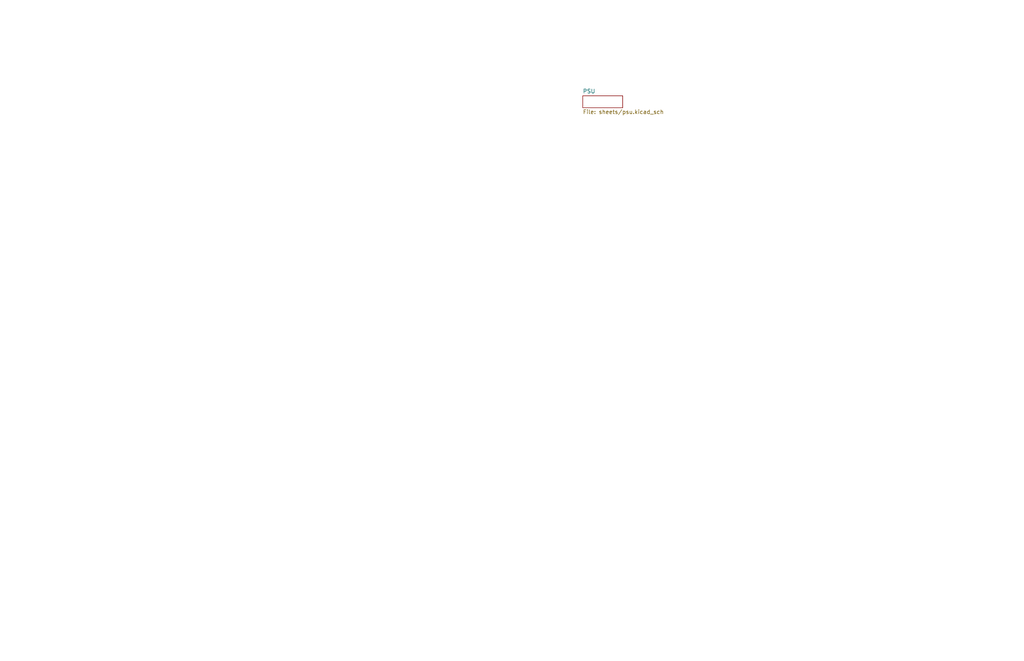
<source format=kicad_sch>
(kicad_sch (version 20230121) (generator eeschema)
  (paper "User" 325.806 210.388)
  (title_block (title "Banana Schplit") (date "2020-09-10") (rev "1.0") (company "Phil's Lab"))
  (lib_symbols)
  (sheet (at 185.42 30.48) (size 12.7 3.81) (stroke (width 0.1524))
    (property "Sheetname" "PSU" (at 185.42 29.7684 0) (effects (justify left bottom)))
    (property "Sheetfile" "sheets/psu.kicad_sch" (at 185.42 34.8746 0) (effects (justify left top)))
  )
)
</source>
